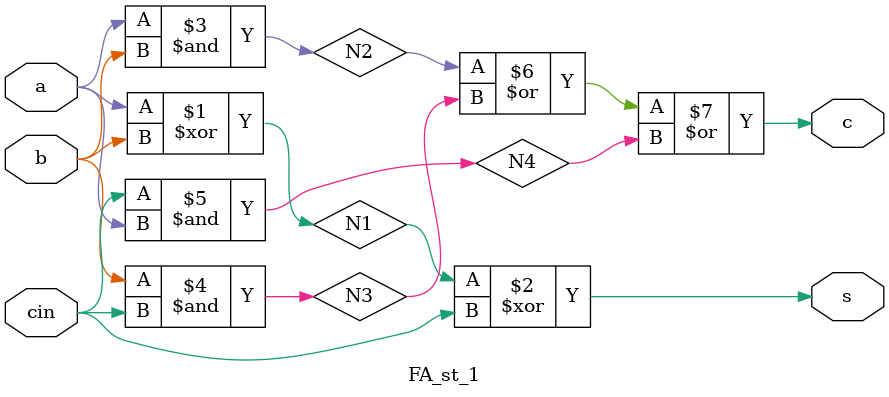
<source format=v>
`timescale 1ns/1ps
module FA_st_1(s,c,a,b,cin);
    input a,b,cin;
    output s,c;

    wire N1,N2,N3,N4;
    
    xor xor1(N1,a,b);
    xor xor2(s,N1,cin);
    and and1(N2,a,b);
    and and2(N3,b,cin);
    and and3(N4,cin,a);
    or   or1(c,N2,N3,N4);

endmodule

</source>
